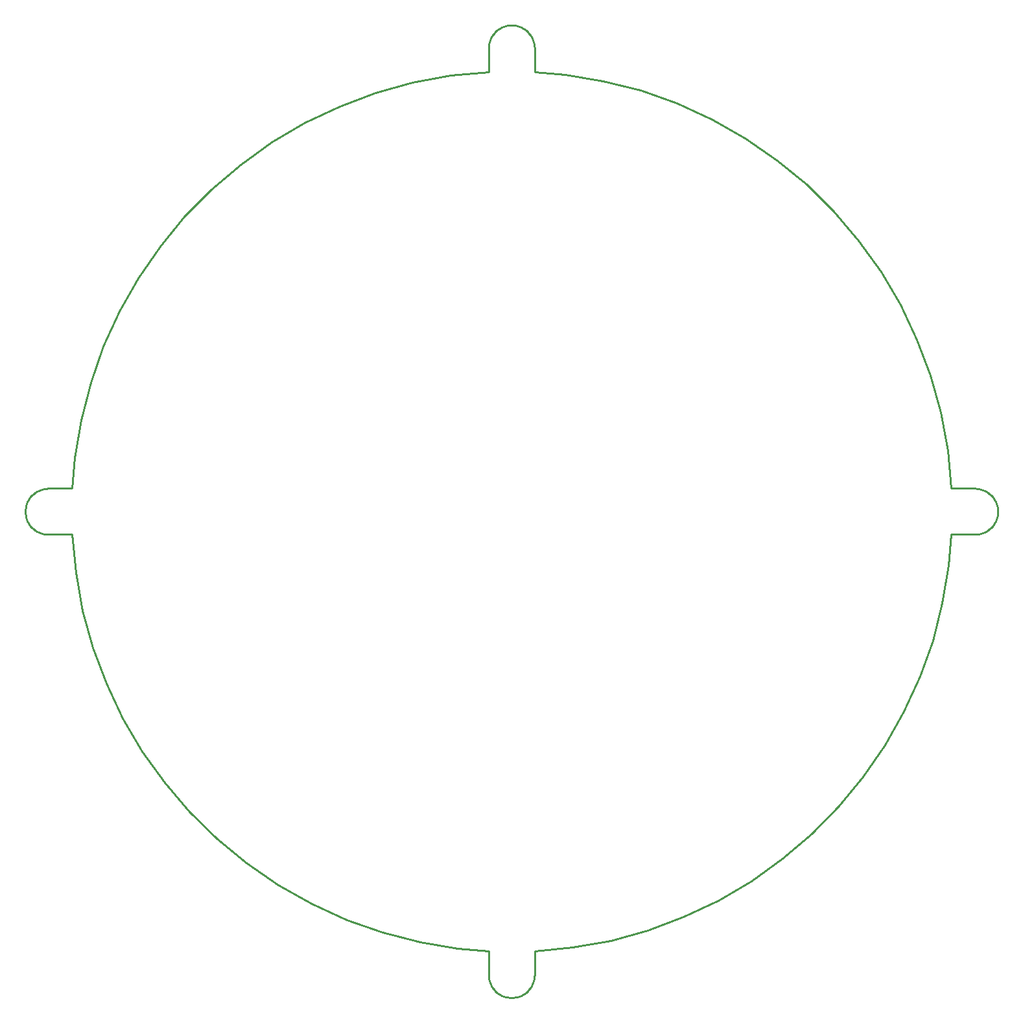
<source format=gbr>
G04 EAGLE Gerber RS-274X export*
G75*
%MOMM*%
%FSLAX34Y34*%
%LPD*%
%IN*%
%IPPOS*%
%AMOC8*
5,1,8,0,0,1.08239X$1,22.5*%
G01*
G04 Define Apertures*
%ADD10C,0.254000*%
D10*
X-605000Y-30000D02*
X-574217Y-30000D01*
X-569417Y-79932D01*
X-560284Y-129256D01*
X-546886Y-177596D01*
X-529327Y-224585D01*
X-507739Y-269864D01*
X-482286Y-313089D01*
X-453164Y-353932D01*
X-420592Y-392081D01*
X-384819Y-427246D01*
X-346118Y-459159D01*
X-304783Y-487578D01*
X-261128Y-512286D01*
X-215485Y-533096D01*
X-168203Y-549848D01*
X-119641Y-562416D01*
X-70168Y-570703D01*
X-30000Y-574217D01*
X-30000Y-605000D01*
X-29886Y-607615D01*
X-29544Y-610209D01*
X-28978Y-612765D01*
X-28191Y-615261D01*
X-27189Y-617679D01*
X-25981Y-620000D01*
X-24575Y-622207D01*
X-22981Y-624284D01*
X-21213Y-626213D01*
X-19284Y-627981D01*
X-17207Y-629575D01*
X-15000Y-630981D01*
X-12679Y-632189D01*
X-10261Y-633191D01*
X-7765Y-633978D01*
X-5209Y-634544D01*
X-2615Y-634886D01*
X0Y-635000D01*
X2615Y-634886D01*
X5209Y-634544D01*
X7765Y-633978D01*
X10261Y-633191D01*
X12679Y-632189D01*
X15000Y-630981D01*
X17207Y-629575D01*
X19284Y-627981D01*
X21213Y-626213D01*
X22981Y-624284D01*
X24575Y-622207D01*
X25981Y-620000D01*
X27189Y-617679D01*
X28191Y-615261D01*
X28978Y-612765D01*
X29544Y-610209D01*
X29886Y-607615D01*
X30000Y-605000D01*
X30000Y-574217D01*
X79932Y-569417D01*
X129256Y-560284D01*
X177596Y-546886D01*
X224585Y-529327D01*
X269864Y-507739D01*
X313089Y-482286D01*
X353932Y-453164D01*
X392081Y-420592D01*
X427246Y-384819D01*
X459159Y-346118D01*
X487578Y-304783D01*
X512286Y-261128D01*
X533096Y-215485D01*
X549848Y-168203D01*
X562416Y-119641D01*
X570703Y-70168D01*
X574217Y-30000D01*
X605000Y-30000D01*
X607615Y-29886D01*
X610209Y-29544D01*
X612765Y-28978D01*
X615261Y-28191D01*
X617679Y-27189D01*
X620000Y-25981D01*
X622207Y-24575D01*
X624284Y-22981D01*
X626213Y-21213D01*
X627981Y-19284D01*
X629575Y-17207D01*
X630981Y-15000D01*
X632189Y-12679D01*
X633191Y-10261D01*
X633978Y-7765D01*
X634544Y-5209D01*
X634886Y-2615D01*
X635000Y0D01*
X634886Y2615D01*
X634544Y5209D01*
X633978Y7765D01*
X633191Y10261D01*
X632189Y12679D01*
X630981Y15000D01*
X629575Y17207D01*
X627981Y19284D01*
X626213Y21213D01*
X624284Y22981D01*
X622207Y24575D01*
X620000Y25981D01*
X617679Y27189D01*
X615261Y28191D01*
X612765Y28978D01*
X610209Y29544D01*
X607615Y29886D01*
X605000Y30000D01*
X574217Y30000D01*
X569417Y79932D01*
X560284Y129256D01*
X546886Y177596D01*
X529327Y224585D01*
X507739Y269864D01*
X482286Y313089D01*
X453164Y353932D01*
X420592Y392081D01*
X384819Y427246D01*
X346118Y459159D01*
X304783Y487578D01*
X261128Y512286D01*
X215485Y533096D01*
X168203Y549848D01*
X119641Y562416D01*
X70168Y570703D01*
X30000Y574217D01*
X30000Y605000D01*
X29886Y607615D01*
X29544Y610209D01*
X28978Y612765D01*
X28191Y615261D01*
X27189Y617679D01*
X25981Y620000D01*
X24575Y622207D01*
X22981Y624284D01*
X21213Y626213D01*
X19284Y627981D01*
X17207Y629575D01*
X15000Y630981D01*
X12679Y632189D01*
X10261Y633191D01*
X7765Y633978D01*
X5209Y634544D01*
X2615Y634886D01*
X0Y635000D01*
X-2615Y634886D01*
X-5209Y634544D01*
X-7765Y633978D01*
X-10261Y633191D01*
X-12679Y632189D01*
X-15000Y630981D01*
X-17207Y629575D01*
X-19284Y627981D01*
X-21213Y626213D01*
X-22981Y624284D01*
X-24575Y622207D01*
X-25981Y620000D01*
X-27189Y617679D01*
X-28191Y615261D01*
X-28978Y612765D01*
X-29544Y610209D01*
X-29886Y607615D01*
X-30000Y605000D01*
X-30000Y574217D01*
X-79932Y569417D01*
X-129256Y560284D01*
X-177596Y546886D01*
X-224585Y529327D01*
X-269864Y507739D01*
X-313089Y482286D01*
X-353932Y453164D01*
X-392081Y420592D01*
X-427246Y384819D01*
X-459159Y346118D01*
X-487578Y304783D01*
X-512286Y261128D01*
X-533096Y215485D01*
X-549848Y168203D01*
X-562416Y119641D01*
X-570703Y70168D01*
X-574217Y30000D01*
X-605000Y30000D01*
X-607615Y29886D01*
X-610209Y29544D01*
X-612765Y28978D01*
X-615261Y28191D01*
X-617679Y27189D01*
X-620000Y25981D01*
X-622207Y24575D01*
X-624284Y22981D01*
X-626213Y21213D01*
X-627981Y19284D01*
X-629575Y17207D01*
X-630981Y15000D01*
X-632189Y12679D01*
X-633191Y10261D01*
X-633978Y7765D01*
X-634544Y5209D01*
X-634886Y2615D01*
X-635000Y0D01*
X-634886Y-2615D01*
X-634544Y-5209D01*
X-633978Y-7765D01*
X-633191Y-10261D01*
X-632189Y-12679D01*
X-630981Y-15000D01*
X-629575Y-17207D01*
X-627981Y-19284D01*
X-626213Y-21213D01*
X-624284Y-22981D01*
X-622207Y-24575D01*
X-620000Y-25981D01*
X-617679Y-27189D01*
X-615261Y-28191D01*
X-612765Y-28978D01*
X-610209Y-29544D01*
X-607615Y-29886D01*
X-605000Y-30000D01*
M02*

</source>
